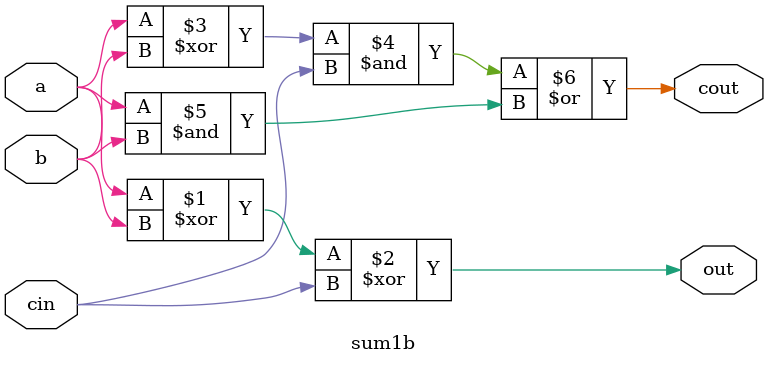
<source format=v>
/*
 * Antonio Aguilar
 * Sumador completo de 1 bit
*/

module sum1b(input a, b, cin, output cout, out);
	assign out = (a ^ b) ^ cin;
	assign cout = ((a ^ b) & cin) | (a & b);
endmodule

</source>
